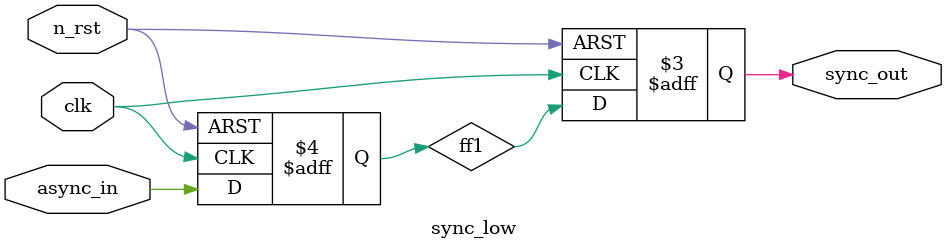
<source format=sv>

module sync_low (
    input wire clk, n_rst,
    input wire async_in,
    output reg sync_out
);
reg ff1;
always_ff @ (posedge clk, negedge n_rst)
begin
    if(1'b0 == n_rst) 
        begin
            ff1 <= 0;
            sync_out <= 0;
        end
    else 
        begin
            ff1<= async_in;
            sync_out <= ff1;
    end
end

endmodule
</source>
